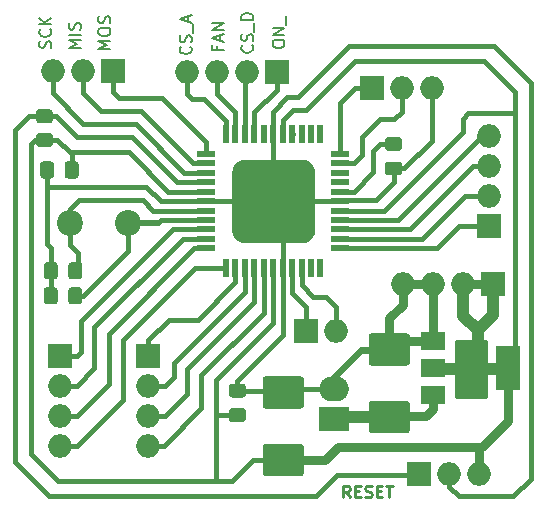
<source format=gbr>
%TF.GenerationSoftware,KiCad,Pcbnew,5.1.8+dfsg1-1~bpo10+1*%
%TF.CreationDate,2020-12-01T12:27:45+03:00*%
%TF.ProjectId,Controller,436f6e74-726f-46c6-9c65-722e6b696361,rev?*%
%TF.SameCoordinates,Original*%
%TF.FileFunction,Copper,L1,Top*%
%TF.FilePolarity,Positive*%
%FSLAX46Y46*%
G04 Gerber Fmt 4.6, Leading zero omitted, Abs format (unit mm)*
G04 Created by KiCad (PCBNEW 5.1.8+dfsg1-1~bpo10+1) date 2020-12-01 12:27:45*
%MOMM*%
%LPD*%
G01*
G04 APERTURE LIST*
%TA.AperFunction,NonConductor*%
%ADD10C,0.250000*%
%TD*%
%TA.AperFunction,NonConductor*%
%ADD11C,0.150000*%
%TD*%
%TA.AperFunction,ComponentPad*%
%ADD12R,2.000000X2.000000*%
%TD*%
%TA.AperFunction,ComponentPad*%
%ADD13O,2.000000X2.000000*%
%TD*%
%TA.AperFunction,SMDPad,CuDef*%
%ADD14R,1.500000X0.550000*%
%TD*%
%TA.AperFunction,SMDPad,CuDef*%
%ADD15R,0.550000X1.500000*%
%TD*%
%TA.AperFunction,SMDPad,CuDef*%
%ADD16R,2.000000X3.800000*%
%TD*%
%TA.AperFunction,SMDPad,CuDef*%
%ADD17R,2.000000X1.500000*%
%TD*%
%TA.AperFunction,ComponentPad*%
%ADD18O,2.500000X2.100000*%
%TD*%
%TA.AperFunction,ComponentPad*%
%ADD19R,2.500000X2.100000*%
%TD*%
%TA.AperFunction,ComponentPad*%
%ADD20C,2.200000*%
%TD*%
%TA.AperFunction,Conductor*%
%ADD21C,0.400000*%
%TD*%
%TA.AperFunction,Conductor*%
%ADD22C,0.500000*%
%TD*%
%TA.AperFunction,Conductor*%
%ADD23C,0.800000*%
%TD*%
%TA.AperFunction,Conductor*%
%ADD24C,0.600000*%
%TD*%
%TA.AperFunction,Conductor*%
%ADD25C,1.000000*%
%TD*%
%TA.AperFunction,Conductor*%
%ADD26C,0.254000*%
%TD*%
%TA.AperFunction,Conductor*%
%ADD27C,0.100000*%
%TD*%
G04 APERTURE END LIST*
D10*
X30691319Y1236719D02*
X30357985Y1712909D01*
X30119890Y1236719D02*
X30119890Y2236719D01*
X30500842Y2236719D01*
X30596080Y2189100D01*
X30643700Y2141480D01*
X30691319Y2046242D01*
X30691319Y1903385D01*
X30643700Y1808147D01*
X30596080Y1760528D01*
X30500842Y1712909D01*
X30119890Y1712909D01*
X31119890Y1760528D02*
X31453223Y1760528D01*
X31596080Y1236719D02*
X31119890Y1236719D01*
X31119890Y2236719D01*
X31596080Y2236719D01*
X31977033Y1284338D02*
X32119890Y1236719D01*
X32357985Y1236719D01*
X32453223Y1284338D01*
X32500842Y1331957D01*
X32548461Y1427195D01*
X32548461Y1522433D01*
X32500842Y1617671D01*
X32453223Y1665290D01*
X32357985Y1712909D01*
X32167509Y1760528D01*
X32072271Y1808147D01*
X32024652Y1855766D01*
X31977033Y1951004D01*
X31977033Y2046242D01*
X32024652Y2141480D01*
X32072271Y2189100D01*
X32167509Y2236719D01*
X32405604Y2236719D01*
X32548461Y2189100D01*
X32977033Y1760528D02*
X33310366Y1760528D01*
X33453223Y1236719D02*
X32977033Y1236719D01*
X32977033Y2236719D01*
X33453223Y2236719D01*
X33738938Y2236719D02*
X34310366Y2236719D01*
X34024652Y1236719D02*
X34024652Y2236719D01*
D11*
X24153880Y39558600D02*
X24153880Y39749076D01*
X24201500Y39844314D01*
X24296738Y39939552D01*
X24487214Y39987171D01*
X24820547Y39987171D01*
X25011023Y39939552D01*
X25106261Y39844314D01*
X25153880Y39749076D01*
X25153880Y39558600D01*
X25106261Y39463361D01*
X25011023Y39368123D01*
X24820547Y39320504D01*
X24487214Y39320504D01*
X24296738Y39368123D01*
X24201500Y39463361D01*
X24153880Y39558600D01*
X25153880Y40415742D02*
X24153880Y40415742D01*
X25153880Y40987171D01*
X24153880Y40987171D01*
X25249119Y41225266D02*
X25249119Y41987171D01*
X22404342Y39510980D02*
X22451961Y39463361D01*
X22499580Y39320504D01*
X22499580Y39225266D01*
X22451961Y39082409D01*
X22356723Y38987171D01*
X22261485Y38939552D01*
X22071009Y38891933D01*
X21928152Y38891933D01*
X21737676Y38939552D01*
X21642438Y38987171D01*
X21547200Y39082409D01*
X21499580Y39225266D01*
X21499580Y39320504D01*
X21547200Y39463361D01*
X21594819Y39510980D01*
X22451961Y39891933D02*
X22499580Y40034790D01*
X22499580Y40272885D01*
X22451961Y40368123D01*
X22404342Y40415742D01*
X22309104Y40463361D01*
X22213866Y40463361D01*
X22118628Y40415742D01*
X22071009Y40368123D01*
X22023390Y40272885D01*
X21975771Y40082409D01*
X21928152Y39987171D01*
X21880533Y39939552D01*
X21785295Y39891933D01*
X21690057Y39891933D01*
X21594819Y39939552D01*
X21547200Y39987171D01*
X21499580Y40082409D01*
X21499580Y40320504D01*
X21547200Y40463361D01*
X22594819Y40653838D02*
X22594819Y41415742D01*
X22499580Y41653838D02*
X21499580Y41653838D01*
X21499580Y41891933D01*
X21547200Y42034790D01*
X21642438Y42130028D01*
X21737676Y42177647D01*
X21928152Y42225266D01*
X22071009Y42225266D01*
X22261485Y42177647D01*
X22356723Y42130028D01*
X22451961Y42034790D01*
X22499580Y41891933D01*
X22499580Y41653838D01*
X17197342Y39391909D02*
X17244961Y39344290D01*
X17292580Y39201433D01*
X17292580Y39106195D01*
X17244961Y38963338D01*
X17149723Y38868100D01*
X17054485Y38820480D01*
X16864009Y38772861D01*
X16721152Y38772861D01*
X16530676Y38820480D01*
X16435438Y38868100D01*
X16340200Y38963338D01*
X16292580Y39106195D01*
X16292580Y39201433D01*
X16340200Y39344290D01*
X16387819Y39391909D01*
X17244961Y39772861D02*
X17292580Y39915719D01*
X17292580Y40153814D01*
X17244961Y40249052D01*
X17197342Y40296671D01*
X17102104Y40344290D01*
X17006866Y40344290D01*
X16911628Y40296671D01*
X16864009Y40249052D01*
X16816390Y40153814D01*
X16768771Y39963338D01*
X16721152Y39868100D01*
X16673533Y39820480D01*
X16578295Y39772861D01*
X16483057Y39772861D01*
X16387819Y39820480D01*
X16340200Y39868100D01*
X16292580Y39963338D01*
X16292580Y40201433D01*
X16340200Y40344290D01*
X17387819Y40534766D02*
X17387819Y41296671D01*
X17006866Y41487147D02*
X17006866Y41963338D01*
X17292580Y41391909D02*
X16292580Y41725242D01*
X17292580Y42058576D01*
X19486571Y39418876D02*
X19486571Y39085542D01*
X20010380Y39085542D02*
X19010380Y39085542D01*
X19010380Y39561733D01*
X19724666Y39895066D02*
X19724666Y40371257D01*
X20010380Y39799828D02*
X19010380Y40133161D01*
X20010380Y40466495D01*
X20010380Y40799828D02*
X19010380Y40799828D01*
X20010380Y41371257D01*
X19010380Y41371257D01*
X10404180Y39238866D02*
X9404180Y39238866D01*
X10118466Y39572200D01*
X9404180Y39905533D01*
X10404180Y39905533D01*
X9404180Y40572200D02*
X9404180Y40762676D01*
X9451800Y40857914D01*
X9547038Y40953152D01*
X9737514Y41000771D01*
X10070847Y41000771D01*
X10261323Y40953152D01*
X10356561Y40857914D01*
X10404180Y40762676D01*
X10404180Y40572200D01*
X10356561Y40476961D01*
X10261323Y40381723D01*
X10070847Y40334104D01*
X9737514Y40334104D01*
X9547038Y40381723D01*
X9451800Y40476961D01*
X9404180Y40572200D01*
X10356561Y41381723D02*
X10404180Y41524580D01*
X10404180Y41762676D01*
X10356561Y41857914D01*
X10308942Y41905533D01*
X10213704Y41953152D01*
X10118466Y41953152D01*
X10023228Y41905533D01*
X9975609Y41857914D01*
X9927990Y41762676D01*
X9880371Y41572200D01*
X9832752Y41476961D01*
X9785133Y41429342D01*
X9689895Y41381723D01*
X9594657Y41381723D01*
X9499419Y41429342D01*
X9451800Y41476961D01*
X9404180Y41572200D01*
X9404180Y41810295D01*
X9451800Y41953152D01*
X7904180Y39274580D02*
X6904180Y39274580D01*
X7618466Y39607914D01*
X6904180Y39941247D01*
X7904180Y39941247D01*
X7904180Y40417438D02*
X6904180Y40417438D01*
X7856561Y40846009D02*
X7904180Y40988866D01*
X7904180Y41226961D01*
X7856561Y41322200D01*
X7808942Y41369819D01*
X7713704Y41417438D01*
X7618466Y41417438D01*
X7523228Y41369819D01*
X7475609Y41322200D01*
X7427990Y41226961D01*
X7380371Y41036485D01*
X7332752Y40941247D01*
X7285133Y40893628D01*
X7189895Y40846009D01*
X7094657Y40846009D01*
X6999419Y40893628D01*
X6951800Y40941247D01*
X6904180Y41036485D01*
X6904180Y41274580D01*
X6951800Y41417438D01*
X5356561Y39286485D02*
X5404180Y39429342D01*
X5404180Y39667438D01*
X5356561Y39762676D01*
X5308942Y39810295D01*
X5213704Y39857914D01*
X5118466Y39857914D01*
X5023228Y39810295D01*
X4975609Y39762676D01*
X4927990Y39667438D01*
X4880371Y39476961D01*
X4832752Y39381723D01*
X4785133Y39334104D01*
X4689895Y39286485D01*
X4594657Y39286485D01*
X4499419Y39334104D01*
X4451800Y39381723D01*
X4404180Y39476961D01*
X4404180Y39715057D01*
X4451800Y39857914D01*
X5308942Y40857914D02*
X5356561Y40810295D01*
X5404180Y40667438D01*
X5404180Y40572200D01*
X5356561Y40429342D01*
X5261323Y40334104D01*
X5166085Y40286485D01*
X4975609Y40238866D01*
X4832752Y40238866D01*
X4642276Y40286485D01*
X4547038Y40334104D01*
X4451800Y40429342D01*
X4404180Y40572200D01*
X4404180Y40667438D01*
X4451800Y40810295D01*
X4499419Y40857914D01*
X5404180Y41286485D02*
X4404180Y41286485D01*
X5404180Y41857914D02*
X4832752Y41429342D01*
X4404180Y41857914D02*
X4975609Y41286485D01*
%TO.P,C7,2*%
%TO.N,GND*%
%TA.AperFunction,SMDPad,CuDef*%
G36*
G01*
X5646000Y29431000D02*
X5646000Y28481000D01*
G75*
G02*
X5396000Y28231000I-250000J0D01*
G01*
X4721000Y28231000D01*
G75*
G02*
X4471000Y28481000I0J250000D01*
G01*
X4471000Y29431000D01*
G75*
G02*
X4721000Y29681000I250000J0D01*
G01*
X5396000Y29681000D01*
G75*
G02*
X5646000Y29431000I0J-250000D01*
G01*
G37*
%TD.AperFunction*%
%TO.P,C7,1*%
%TO.N,+5V*%
%TA.AperFunction,SMDPad,CuDef*%
G36*
G01*
X7721000Y29431000D02*
X7721000Y28481000D01*
G75*
G02*
X7471000Y28231000I-250000J0D01*
G01*
X6796000Y28231000D01*
G75*
G02*
X6546000Y28481000I0J250000D01*
G01*
X6546000Y29431000D01*
G75*
G02*
X6796000Y29681000I250000J0D01*
G01*
X7471000Y29681000D01*
G75*
G02*
X7721000Y29431000I0J-250000D01*
G01*
G37*
%TD.AperFunction*%
%TD*%
D12*
%TO.P,J2,1*%
%TO.N,Net-(J2-Pad1)*%
X32537400Y35864800D03*
D13*
%TO.P,J2,2*%
%TO.N,Net-(J2-Pad2)*%
X35077400Y35864800D03*
%TO.P,J2,3*%
%TO.N,GND*%
X37617400Y35864800D03*
%TD*%
D12*
%TO.P,J6,1*%
%TO.N,Net-(J6-Pad1)*%
X27012900Y15316200D03*
D13*
%TO.P,J6,2*%
%TO.N,Net-(J6-Pad2)*%
X29552900Y15316200D03*
%TD*%
D14*
%TO.P,U1,1*%
%TO.N,Net-(J5-Pad1)*%
X18501800Y30322200D03*
%TO.P,U1,2*%
%TO.N,Net-(J5-Pad2)*%
X18501800Y29522200D03*
%TO.P,U1,3*%
%TO.N,Net-(J5-Pad3)*%
X18501800Y28722200D03*
%TO.P,U1,4*%
%TO.N,RESET*%
X18501800Y27922200D03*
%TO.P,U1,5*%
%TO.N,+5V*%
X18501800Y27122200D03*
%TO.P,U1,6*%
%TO.N,GND*%
X18501800Y26322200D03*
%TO.P,U1,7*%
%TO.N,Net-(C2-Pad1)*%
X18501800Y25522200D03*
%TO.P,U1,8*%
%TO.N,Net-(C1-Pad1)*%
X18501800Y24722200D03*
%TO.P,U1,9*%
%TO.N,Net-(J8-Pad1)*%
X18501800Y23922200D03*
%TO.P,U1,10*%
%TO.N,Net-(J8-Pad2)*%
X18501800Y23122200D03*
%TO.P,U1,11*%
%TO.N,Net-(J8-Pad3)*%
X18501800Y22322200D03*
D15*
%TO.P,U1,12*%
%TO.N,Net-(J8-Pad4)*%
X20201800Y20622200D03*
%TO.P,U1,13*%
%TO.N,Net-(J9-Pad1)*%
X21001800Y20622200D03*
%TO.P,U1,14*%
%TO.N,Net-(J9-Pad2)*%
X21801800Y20622200D03*
%TO.P,U1,15*%
%TO.N,Net-(J9-Pad3)*%
X22601800Y20622200D03*
%TO.P,U1,16*%
%TO.N,Net-(J9-Pad4)*%
X23401800Y20622200D03*
%TO.P,U1,17*%
%TO.N,+5V*%
X24201800Y20622200D03*
%TO.P,U1,18*%
%TO.N,GND*%
X25001800Y20622200D03*
%TO.P,U1,19*%
%TO.N,Net-(J6-Pad1)*%
X25801800Y20622200D03*
%TO.P,U1,20*%
%TO.N,Net-(J6-Pad2)*%
X26601800Y20622200D03*
%TO.P,U1,21*%
%TO.N,Net-(U1-Pad21)*%
X27401800Y20622200D03*
%TO.P,U1,22*%
%TO.N,Net-(U1-Pad22)*%
X28201800Y20622200D03*
D14*
%TO.P,U1,23*%
%TO.N,Net-(J7-Pad1)*%
X29901800Y22322200D03*
%TO.P,U1,24*%
%TO.N,Net-(J7-Pad2)*%
X29901800Y23122200D03*
%TO.P,U1,25*%
%TO.N,Net-(J7-Pad3)*%
X29901800Y23922200D03*
%TO.P,U1,26*%
%TO.N,Net-(J7-Pad4)*%
X29901800Y24722200D03*
%TO.P,U1,27*%
%TO.N,+5V*%
X29901800Y25522200D03*
%TO.P,U1,28*%
%TO.N,GND*%
X29901800Y26322200D03*
%TO.P,U1,29*%
%TO.N,Net-(C4-Pad1)*%
X29901800Y27122200D03*
%TO.P,U1,30*%
%TO.N,Net-(U1-Pad30)*%
X29901800Y27922200D03*
%TO.P,U1,31*%
%TO.N,Net-(U1-Pad31)*%
X29901800Y28722200D03*
%TO.P,U1,32*%
%TO.N,Net-(J2-Pad2)*%
X29901800Y29522200D03*
%TO.P,U1,33*%
%TO.N,Net-(J2-Pad1)*%
X29901800Y30322200D03*
D15*
%TO.P,U1,34*%
%TO.N,Net-(U1-Pad34)*%
X28201800Y32022200D03*
%TO.P,U1,35*%
%TO.N,Net-(U1-Pad35)*%
X27401800Y32022200D03*
%TO.P,U1,36*%
%TO.N,Net-(U1-Pad36)*%
X26601800Y32022200D03*
%TO.P,U1,37*%
%TO.N,Net-(U1-Pad37)*%
X25801800Y32022200D03*
%TO.P,U1,38*%
%TO.N,+5V*%
X25001800Y32022200D03*
%TO.P,U1,39*%
%TO.N,GND*%
X24201800Y32022200D03*
%TO.P,U1,40*%
%TO.N,Net-(U1-Pad40)*%
X23401800Y32022200D03*
%TO.P,U1,41*%
%TO.N,Net-(J4-Pad1)*%
X22601800Y32022200D03*
%TO.P,U1,42*%
%TO.N,Net-(J4-Pad2)*%
X21801800Y32022200D03*
%TO.P,U1,43*%
%TO.N,Net-(J4-Pad3)*%
X21001800Y32022200D03*
%TO.P,U1,44*%
%TO.N,Net-(J4-Pad4)*%
X20201800Y32022200D03*
%TD*%
D16*
%TO.P,U2,2*%
%TO.N,+5V*%
X44069400Y12204700D03*
D17*
X37769400Y12204700D03*
%TO.P,U2,3*%
%TO.N,+12V*%
X37769400Y9904700D03*
%TO.P,U2,1*%
%TO.N,GND*%
X37769400Y14504700D03*
%TD*%
%TO.P,C1,1*%
%TO.N,Net-(C1-Pad1)*%
%TA.AperFunction,SMDPad,CuDef*%
G36*
G01*
X8025800Y18775700D02*
X8025800Y17825700D01*
G75*
G02*
X7775800Y17575700I-250000J0D01*
G01*
X7100800Y17575700D01*
G75*
G02*
X6850800Y17825700I0J250000D01*
G01*
X6850800Y18775700D01*
G75*
G02*
X7100800Y19025700I250000J0D01*
G01*
X7775800Y19025700D01*
G75*
G02*
X8025800Y18775700I0J-250000D01*
G01*
G37*
%TD.AperFunction*%
%TO.P,C1,2*%
%TO.N,GND*%
%TA.AperFunction,SMDPad,CuDef*%
G36*
G01*
X5950800Y18775700D02*
X5950800Y17825700D01*
G75*
G02*
X5700800Y17575700I-250000J0D01*
G01*
X5025800Y17575700D01*
G75*
G02*
X4775800Y17825700I0J250000D01*
G01*
X4775800Y18775700D01*
G75*
G02*
X5025800Y19025700I250000J0D01*
G01*
X5700800Y19025700D01*
G75*
G02*
X5950800Y18775700I0J-250000D01*
G01*
G37*
%TD.AperFunction*%
%TD*%
%TO.P,C2,1*%
%TO.N,Net-(C2-Pad1)*%
%TA.AperFunction,SMDPad,CuDef*%
G36*
G01*
X8038500Y20896600D02*
X8038500Y19946600D01*
G75*
G02*
X7788500Y19696600I-250000J0D01*
G01*
X7113500Y19696600D01*
G75*
G02*
X6863500Y19946600I0J250000D01*
G01*
X6863500Y20896600D01*
G75*
G02*
X7113500Y21146600I250000J0D01*
G01*
X7788500Y21146600D01*
G75*
G02*
X8038500Y20896600I0J-250000D01*
G01*
G37*
%TD.AperFunction*%
%TO.P,C2,2*%
%TO.N,GND*%
%TA.AperFunction,SMDPad,CuDef*%
G36*
G01*
X5963500Y20896600D02*
X5963500Y19946600D01*
G75*
G02*
X5713500Y19696600I-250000J0D01*
G01*
X5038500Y19696600D01*
G75*
G02*
X4788500Y19946600I0J250000D01*
G01*
X4788500Y20896600D01*
G75*
G02*
X5038500Y21146600I250000J0D01*
G01*
X5713500Y21146600D01*
G75*
G02*
X5963500Y20896600I0J-250000D01*
G01*
G37*
%TD.AperFunction*%
%TD*%
%TO.P,C3,1*%
%TO.N,+5V*%
%TA.AperFunction,SMDPad,CuDef*%
G36*
G01*
X21645900Y7607900D02*
X20695900Y7607900D01*
G75*
G02*
X20445900Y7857900I0J250000D01*
G01*
X20445900Y8532900D01*
G75*
G02*
X20695900Y8782900I250000J0D01*
G01*
X21645900Y8782900D01*
G75*
G02*
X21895900Y8532900I0J-250000D01*
G01*
X21895900Y7857900D01*
G75*
G02*
X21645900Y7607900I-250000J0D01*
G01*
G37*
%TD.AperFunction*%
%TO.P,C3,2*%
%TO.N,GND*%
%TA.AperFunction,SMDPad,CuDef*%
G36*
G01*
X21645900Y9682900D02*
X20695900Y9682900D01*
G75*
G02*
X20445900Y9932900I0J250000D01*
G01*
X20445900Y10607900D01*
G75*
G02*
X20695900Y10857900I250000J0D01*
G01*
X21645900Y10857900D01*
G75*
G02*
X21895900Y10607900I0J-250000D01*
G01*
X21895900Y9932900D01*
G75*
G02*
X21645900Y9682900I-250000J0D01*
G01*
G37*
%TD.AperFunction*%
%TD*%
%TO.P,C4,2*%
%TO.N,GND*%
%TA.AperFunction,SMDPad,CuDef*%
G36*
G01*
X33916600Y29670500D02*
X34866600Y29670500D01*
G75*
G02*
X35116600Y29420500I0J-250000D01*
G01*
X35116600Y28745500D01*
G75*
G02*
X34866600Y28495500I-250000J0D01*
G01*
X33916600Y28495500D01*
G75*
G02*
X33666600Y28745500I0J250000D01*
G01*
X33666600Y29420500D01*
G75*
G02*
X33916600Y29670500I250000J0D01*
G01*
G37*
%TD.AperFunction*%
%TO.P,C4,1*%
%TO.N,Net-(C4-Pad1)*%
%TA.AperFunction,SMDPad,CuDef*%
G36*
G01*
X33916600Y31745500D02*
X34866600Y31745500D01*
G75*
G02*
X35116600Y31495500I0J-250000D01*
G01*
X35116600Y30820500D01*
G75*
G02*
X34866600Y30570500I-250000J0D01*
G01*
X33916600Y30570500D01*
G75*
G02*
X33666600Y30820500I0J250000D01*
G01*
X33666600Y31495500D01*
G75*
G02*
X33916600Y31745500I250000J0D01*
G01*
G37*
%TD.AperFunction*%
%TD*%
%TO.P,C5,1*%
%TO.N,+12V*%
%TA.AperFunction,SMDPad,CuDef*%
G36*
G01*
X35536001Y6671600D02*
X32535999Y6671600D01*
G75*
G02*
X32286000Y6921599I0J249999D01*
G01*
X32286000Y9146601D01*
G75*
G02*
X32535999Y9396600I249999J0D01*
G01*
X35536001Y9396600D01*
G75*
G02*
X35786000Y9146601I0J-249999D01*
G01*
X35786000Y6921599D01*
G75*
G02*
X35536001Y6671600I-249999J0D01*
G01*
G37*
%TD.AperFunction*%
%TO.P,C5,2*%
%TO.N,GND*%
%TA.AperFunction,SMDPad,CuDef*%
G36*
G01*
X35536001Y12396600D02*
X32535999Y12396600D01*
G75*
G02*
X32286000Y12646599I0J249999D01*
G01*
X32286000Y14871601D01*
G75*
G02*
X32535999Y15121600I249999J0D01*
G01*
X35536001Y15121600D01*
G75*
G02*
X35786000Y14871601I0J-249999D01*
G01*
X35786000Y12646599D01*
G75*
G02*
X35536001Y12396600I-249999J0D01*
G01*
G37*
%TD.AperFunction*%
%TD*%
%TO.P,C6,2*%
%TO.N,GND*%
%TA.AperFunction,SMDPad,CuDef*%
G36*
G01*
X26557101Y8756700D02*
X23557099Y8756700D01*
G75*
G02*
X23307100Y9006699I0J249999D01*
G01*
X23307100Y11231701D01*
G75*
G02*
X23557099Y11481700I249999J0D01*
G01*
X26557101Y11481700D01*
G75*
G02*
X26807100Y11231701I0J-249999D01*
G01*
X26807100Y9006699D01*
G75*
G02*
X26557101Y8756700I-249999J0D01*
G01*
G37*
%TD.AperFunction*%
%TO.P,C6,1*%
%TO.N,+5V*%
%TA.AperFunction,SMDPad,CuDef*%
G36*
G01*
X26557101Y3031700D02*
X23557099Y3031700D01*
G75*
G02*
X23307100Y3281699I0J249999D01*
G01*
X23307100Y5506701D01*
G75*
G02*
X23557099Y5756700I249999J0D01*
G01*
X26557101Y5756700D01*
G75*
G02*
X26807100Y5506701I0J-249999D01*
G01*
X26807100Y3281699D01*
G75*
G02*
X26557101Y3031700I-249999J0D01*
G01*
G37*
%TD.AperFunction*%
%TD*%
D18*
%TO.P,J3,2*%
%TO.N,GND*%
X29324300Y10414000D03*
D19*
%TO.P,J3,1*%
%TO.N,+12V*%
X29324300Y7874000D03*
%TD*%
%TO.P,R1,1*%
%TO.N,+5V*%
%TA.AperFunction,SMDPad,CuDef*%
G36*
G01*
X5288701Y30899300D02*
X4388699Y30899300D01*
G75*
G02*
X4138700Y31149299I0J249999D01*
G01*
X4138700Y31849301D01*
G75*
G02*
X4388699Y32099300I249999J0D01*
G01*
X5288701Y32099300D01*
G75*
G02*
X5538700Y31849301I0J-249999D01*
G01*
X5538700Y31149299D01*
G75*
G02*
X5288701Y30899300I-249999J0D01*
G01*
G37*
%TD.AperFunction*%
%TO.P,R1,2*%
%TO.N,RESET*%
%TA.AperFunction,SMDPad,CuDef*%
G36*
G01*
X5288701Y32899300D02*
X4388699Y32899300D01*
G75*
G02*
X4138700Y33149299I0J249999D01*
G01*
X4138700Y33849301D01*
G75*
G02*
X4388699Y34099300I249999J0D01*
G01*
X5288701Y34099300D01*
G75*
G02*
X5538700Y33849301I0J-249999D01*
G01*
X5538700Y33149299D01*
G75*
G02*
X5288701Y32899300I-249999J0D01*
G01*
G37*
%TD.AperFunction*%
%TD*%
D20*
%TO.P,Y1,1*%
%TO.N,Net-(C2-Pad1)*%
X7023100Y24460200D03*
%TO.P,Y1,2*%
%TO.N,Net-(C1-Pad1)*%
X11923100Y24460200D03*
%TD*%
D13*
%TO.P,J4,4*%
%TO.N,Net-(J4-Pad4)*%
X16878300Y37269300D03*
%TO.P,J4,3*%
%TO.N,Net-(J4-Pad3)*%
X19418300Y37269300D03*
%TO.P,J4,2*%
%TO.N,Net-(J4-Pad2)*%
X21958300Y37269300D03*
D12*
%TO.P,J4,1*%
%TO.N,Net-(J4-Pad1)*%
X24498300Y37269300D03*
%TD*%
%TO.P,J5,1*%
%TO.N,Net-(J5-Pad1)*%
X10617200Y37299900D03*
D13*
%TO.P,J5,2*%
%TO.N,Net-(J5-Pad2)*%
X8077200Y37299900D03*
%TO.P,J5,3*%
%TO.N,Net-(J5-Pad3)*%
X5537200Y37299900D03*
%TD*%
D12*
%TO.P,J7,1*%
%TO.N,Net-(J7-Pad1)*%
X42494200Y24213700D03*
D13*
%TO.P,J7,2*%
%TO.N,Net-(J7-Pad2)*%
X42494200Y26753700D03*
%TO.P,J7,3*%
%TO.N,Net-(J7-Pad3)*%
X42494200Y29293700D03*
%TO.P,J7,4*%
%TO.N,Net-(J7-Pad4)*%
X42494200Y31833700D03*
%TD*%
%TO.P,J8,4*%
%TO.N,Net-(J8-Pad4)*%
X6159500Y5588000D03*
%TO.P,J8,3*%
%TO.N,Net-(J8-Pad3)*%
X6159500Y8128000D03*
%TO.P,J8,2*%
%TO.N,Net-(J8-Pad2)*%
X6159500Y10668000D03*
D12*
%TO.P,J8,1*%
%TO.N,Net-(J8-Pad1)*%
X6159500Y13208000D03*
%TD*%
%TO.P,J9,1*%
%TO.N,Net-(J9-Pad1)*%
X13639800Y13202800D03*
D13*
%TO.P,J9,2*%
%TO.N,Net-(J9-Pad2)*%
X13639800Y10662800D03*
%TO.P,J9,3*%
%TO.N,Net-(J9-Pad3)*%
X13639800Y8122800D03*
%TO.P,J9,4*%
%TO.N,Net-(J9-Pad4)*%
X13639800Y5582800D03*
%TD*%
D12*
%TO.P,J10,1*%
%TO.N,+5V*%
X42811700Y19316700D03*
D13*
%TO.P,J10,2*%
X40271700Y19316700D03*
%TO.P,J10,3*%
%TO.N,GND*%
X37731700Y19316700D03*
%TO.P,J10,4*%
X35191700Y19316700D03*
%TD*%
D12*
%TO.P,J1,1*%
%TO.N,RESET*%
X36537900Y3213100D03*
D13*
%TO.P,J1,2*%
%TO.N,GND*%
X39077900Y3213100D03*
%TO.P,J1,3*%
%TO.N,+5V*%
X41617900Y3213100D03*
%TD*%
D21*
%TO.N,Net-(C1-Pad1)*%
X12185100Y24722200D02*
X11923100Y24460200D01*
X18501800Y24722200D02*
X14676500Y24722200D01*
D22*
X14414500Y24460200D02*
X11923100Y24460200D01*
D21*
X14676500Y24722200D02*
X14414500Y24460200D01*
X11923100Y22083100D02*
X11923100Y24460200D01*
X7438300Y18300700D02*
X8140700Y18300700D01*
X8140700Y18300700D02*
X11923100Y22083100D01*
%TO.N,GND*%
X25001800Y26234000D02*
X25090000Y26322200D01*
X25001800Y20622200D02*
X25001800Y26234000D01*
X25090000Y26322200D02*
X29901800Y26322200D01*
X24201800Y30872200D02*
X24199200Y30869600D01*
X24201800Y32022200D02*
X24201800Y30872200D01*
X18501800Y26322200D02*
X24199200Y26322200D01*
X24199200Y30869600D02*
X24199200Y26322200D01*
X24199200Y26322200D02*
X25090000Y26322200D01*
X35701700Y14510200D02*
X35013900Y13822400D01*
D23*
X37731700Y19316700D02*
X35191700Y19316700D01*
D21*
X29901800Y26322200D02*
X29901800Y26333100D01*
X29901800Y26333100D02*
X29965899Y26397199D01*
X37617400Y31381700D02*
X37617400Y35864800D01*
X34391600Y29083000D02*
X35318700Y29083000D01*
X35318700Y29083000D02*
X37617400Y31381700D01*
X21170900Y11125200D02*
X21170900Y10270400D01*
X25001800Y20622200D02*
X25001800Y14956100D01*
X25001800Y14956100D02*
X21170900Y11125200D01*
X24905900Y10270400D02*
X25057100Y10119200D01*
X21170900Y10270400D02*
X24905900Y10270400D01*
X25351900Y10414000D02*
X25057100Y10119200D01*
X29324300Y10414000D02*
X25351900Y10414000D01*
D23*
X35701700Y14510200D02*
X37763900Y14510200D01*
X37763900Y14510200D02*
X37769400Y14504700D01*
D21*
X39895900Y1328300D02*
X39077900Y2146300D01*
X44533700Y1328300D02*
X39895900Y1328300D01*
X46024800Y2819400D02*
X44533700Y1328300D01*
X39077900Y2146300D02*
X39077900Y3213100D01*
X46024800Y36283900D02*
X46024800Y2819400D01*
X24201800Y32022200D02*
X24201800Y33904600D01*
X24201800Y33904600D02*
X25400000Y35102800D01*
X25400000Y35102800D02*
X26314400Y35102800D01*
X26314400Y35102800D02*
X30657800Y39446200D01*
X30657800Y39446200D02*
X42862500Y39446200D01*
X42862500Y39446200D02*
X46024800Y36283900D01*
X5363300Y18300700D02*
X5363300Y20408900D01*
X5376000Y20421600D02*
X5448300Y20493900D01*
X5376000Y22386200D02*
X5376000Y20421600D01*
X5041900Y27051000D02*
X5041900Y22720300D01*
X5041900Y22720300D02*
X5376000Y22386200D01*
D24*
X31623000Y13716000D02*
X34907500Y13716000D01*
X34907500Y13716000D02*
X35013900Y13822400D01*
X29324300Y10414000D02*
X29324300Y11417300D01*
X29324300Y11417300D02*
X31623000Y13716000D01*
D23*
X35191700Y17538700D02*
X35191700Y19316700D01*
X34036000Y13759100D02*
X34036000Y16383000D01*
X34036000Y16383000D02*
X35191700Y17538700D01*
X37769400Y19279000D02*
X37731700Y19316700D01*
X37769400Y14504700D02*
X37769400Y19279000D01*
D21*
X5041900Y28939400D02*
X5058500Y28956000D01*
X5041900Y27051000D02*
X5041900Y28939400D01*
X5054600Y27533600D02*
X5041900Y27520900D01*
X13462000Y27533600D02*
X5054600Y27533600D01*
X18501800Y26322200D02*
X14673400Y26322200D01*
X14673400Y26322200D02*
X13462000Y27533600D01*
X30461199Y26397199D02*
X32874199Y26397199D01*
X29901800Y26322200D02*
X30386200Y26322200D01*
X30386200Y26322200D02*
X30461199Y26397199D01*
X34391600Y27914600D02*
X34391600Y29083000D01*
X32874199Y26397199D02*
X34391600Y27914600D01*
%TO.N,Net-(C2-Pad1)*%
X7666900Y20535900D02*
X7666900Y21924100D01*
X7023100Y22567900D02*
X7023100Y24460200D01*
X7666900Y21924100D02*
X7023100Y22567900D01*
X7772400Y26390600D02*
X7023100Y25641300D01*
X7023100Y25641300D02*
X7023100Y24460200D01*
X13169900Y26390600D02*
X7772400Y26390600D01*
X18501800Y25522200D02*
X14038300Y25522200D01*
X14038300Y25522200D02*
X13169900Y26390600D01*
D23*
%TO.N,+5V*%
X40278600Y19323600D02*
X40271700Y19316700D01*
X42811700Y19316700D02*
X42804800Y19323600D01*
X42804800Y19323600D02*
X40278600Y19323600D01*
D21*
X24201800Y20622200D02*
X24201800Y15984900D01*
X24201800Y15984900D02*
X19375000Y11158100D01*
X19378600Y8195400D02*
X19375000Y8199000D01*
X21170900Y8195400D02*
X19378600Y8195400D01*
X19375000Y11158100D02*
X19375000Y8199000D01*
X19375000Y8199000D02*
X19375000Y2585600D01*
X44069400Y12204700D02*
X44691300Y12826600D01*
X44691300Y12826600D02*
X44691300Y33323500D01*
X44691300Y35534600D02*
X42049700Y38176200D01*
X42049700Y38176200D02*
X31153100Y38176200D01*
X25839300Y34030800D02*
X25001800Y33193300D01*
X44691300Y33323500D02*
X44691300Y35534600D01*
X31153100Y38176200D02*
X27007700Y34030800D01*
X25001800Y33193300D02*
X25001800Y32022200D01*
X27007700Y34030800D02*
X25839300Y34030800D01*
X40709200Y33749600D02*
X44660200Y33749600D01*
X29901800Y25522200D02*
X33612100Y25522200D01*
X40233600Y32156400D02*
X40233600Y33274000D01*
X38920300Y30830400D02*
X38920300Y30843100D01*
X44660200Y33749600D02*
X44691300Y33718500D01*
X40233600Y33274000D02*
X40709200Y33749600D01*
X33612100Y25522200D02*
X38920300Y30830400D01*
X38920300Y30843100D02*
X40233600Y32156400D01*
D23*
X41617900Y5360500D02*
X41617900Y3213100D01*
X41763400Y5506000D02*
X41617900Y5360500D01*
X44056300Y12191600D02*
X44069400Y12204700D01*
X41763400Y5506000D02*
X41845900Y5506000D01*
X44056300Y7716400D02*
X44056300Y12191600D01*
X41845900Y5506000D02*
X44056300Y7716400D01*
X25057100Y4394200D02*
X28575000Y4394200D01*
X29686800Y5506000D02*
X41845900Y5506000D01*
X28575000Y4394200D02*
X29686800Y5506000D01*
D21*
X15321200Y27122200D02*
X18501800Y27122200D01*
X12001500Y30441900D02*
X15321200Y27122200D01*
X6985000Y30441900D02*
X12001500Y30441900D01*
X4838700Y31499300D02*
X5927600Y31499300D01*
X5927600Y31499300D02*
X6985000Y30441900D01*
D25*
X42811700Y16649700D02*
X42811700Y19316700D01*
X41529000Y15367000D02*
X42811700Y16649700D01*
X40271700Y19316700D02*
X40271700Y16624300D01*
X40271700Y16624300D02*
X41529000Y15367000D01*
D21*
X41529000Y12711000D02*
X41500000Y12682000D01*
D25*
X41529000Y12192000D02*
X41471000Y12134000D01*
X41529000Y15367000D02*
X41529000Y12192000D01*
X43998700Y12134000D02*
X44069400Y12204700D01*
X37769400Y12204700D02*
X37840100Y12134000D01*
X37840100Y12134000D02*
X43998700Y12134000D01*
D21*
X4067300Y31499300D02*
X4838700Y31499300D01*
X22517100Y4394200D02*
X20708500Y2585600D01*
X20708500Y2585600D02*
X5999600Y2585600D01*
X3708400Y4876800D02*
X3708400Y31140400D01*
X5999600Y2585600D02*
X3708400Y4876800D01*
X25057100Y4394200D02*
X22517100Y4394200D01*
X3708400Y31140400D02*
X4067300Y31499300D01*
X7133500Y30293400D02*
X6985000Y30441900D01*
X7133500Y28956000D02*
X7133500Y30293400D01*
%TO.N,Net-(C4-Pad1)*%
X31051800Y27122200D02*
X32689800Y28760200D01*
X29901800Y27122200D02*
X31051800Y27122200D01*
X32689800Y28760200D02*
X32689800Y30594300D01*
X33253500Y31158000D02*
X34391600Y31158000D01*
X32689800Y30594300D02*
X33253500Y31158000D01*
%TO.N,+12V*%
X30708600Y8097400D02*
X30657800Y8046600D01*
X34963100Y8046600D02*
X35013900Y8097400D01*
D25*
X29496900Y8046600D02*
X34963100Y8046600D01*
X29324300Y7874000D02*
X29496900Y8046600D01*
D23*
X37769400Y8686400D02*
X37769400Y9904700D01*
X35013900Y8097400D02*
X37180400Y8097400D01*
X37180400Y8097400D02*
X37769400Y8686400D01*
D21*
%TO.N,Net-(J2-Pad1)*%
X31140400Y35864800D02*
X32537400Y35864800D01*
X29901800Y30322200D02*
X29901800Y34626200D01*
X29901800Y34626200D02*
X31140400Y35864800D01*
%TO.N,Net-(J4-Pad2)*%
X21801800Y37172200D02*
X21951800Y37322200D01*
X21801800Y32022200D02*
X21801800Y37172200D01*
%TO.N,Net-(J4-Pad3)*%
X19418300Y35407600D02*
X19418300Y37269300D01*
X21001800Y32022200D02*
X21001800Y33824100D01*
X21001800Y33824100D02*
X19418300Y35407600D01*
%TO.N,Net-(J4-Pad4)*%
X17307500Y34947800D02*
X16878300Y35377000D01*
X18348900Y34947800D02*
X17307500Y34947800D01*
X20201800Y32022200D02*
X20201800Y33094900D01*
X16878300Y35377000D02*
X16878300Y37269300D01*
X20201800Y33094900D02*
X18348900Y34947800D01*
%TO.N,Net-(J5-Pad3)*%
X5537200Y37299900D02*
X5514900Y37322200D01*
X8102600Y32867600D02*
X5537200Y35433000D01*
X12548400Y32867600D02*
X8102600Y32867600D01*
X5537200Y35433000D02*
X5537200Y37299900D01*
X18501800Y28722200D02*
X16693800Y28722200D01*
X16693800Y28722200D02*
X12548400Y32867600D01*
%TO.N,Net-(J5-Pad2)*%
X8077200Y35483800D02*
X8077200Y37299900D01*
X12992900Y33921700D02*
X9639300Y33921700D01*
X18501800Y29522200D02*
X17392400Y29522200D01*
X9639300Y33921700D02*
X8077200Y35483800D01*
X17392400Y29522200D02*
X12992900Y33921700D01*
%TO.N,Net-(J6-Pad1)*%
X27012900Y17322800D02*
X27012900Y15316200D01*
X25801800Y20622200D02*
X25801800Y18533900D01*
X25801800Y18533900D02*
X27012900Y17322800D01*
%TO.N,Net-(J6-Pad2)*%
X27609800Y18181200D02*
X26601800Y19189200D01*
X28694500Y18181200D02*
X27609800Y18181200D01*
X29552900Y15316200D02*
X29552900Y17322800D01*
X26601800Y19189200D02*
X26601800Y20622200D01*
X29552900Y17322800D02*
X28694500Y18181200D01*
%TO.N,Net-(J7-Pad1)*%
X39974400Y24213700D02*
X42494200Y24213700D01*
X29901800Y22322200D02*
X38082900Y22322200D01*
X38082900Y22322200D02*
X39974400Y24213700D01*
%TO.N,Net-(J7-Pad3)*%
X41130100Y29293700D02*
X42494200Y29293700D01*
X29901800Y23922200D02*
X35758600Y23922200D01*
X35758600Y23922200D02*
X41130100Y29293700D01*
%TO.N,Net-(J7-Pad4)*%
X41841300Y31833700D02*
X42494200Y31833700D01*
X29901800Y24722200D02*
X34729800Y24722200D01*
X34729800Y24722200D02*
X41841300Y31833700D01*
%TO.N,RESET*%
X7594600Y31724600D02*
X5819900Y33499300D01*
X12243600Y31724600D02*
X7594600Y31724600D01*
X5819900Y33499300D02*
X4838700Y33499300D01*
X18501800Y27922200D02*
X16046000Y27922200D01*
X16046000Y27922200D02*
X12243600Y31724600D01*
X29629100Y3124200D02*
X36449000Y3124200D01*
X3527300Y33499300D02*
X2374900Y32346900D01*
X4838700Y33499300D02*
X3527300Y33499300D01*
X2374900Y32346900D02*
X2374900Y4191000D01*
X2374900Y4191000D02*
X5250300Y1315600D01*
X5250300Y1315600D02*
X27820500Y1315600D01*
X27820500Y1315600D02*
X29629100Y3124200D01*
%TO.N,Net-(J2-Pad2)*%
X31058900Y29522200D02*
X31762700Y30226000D01*
X29901800Y29522200D02*
X31058900Y29522200D01*
X31762700Y30226000D02*
X31762700Y31788100D01*
X31762700Y31788100D02*
X33223200Y33248600D01*
X35077400Y33896300D02*
X35077400Y35864800D01*
X33223200Y33248600D02*
X34429700Y33248600D01*
X34429700Y33248600D02*
X35077400Y33896300D01*
%TO.N,Net-(J4-Pad1)*%
X24491800Y35757000D02*
X24491800Y37322200D01*
X22601800Y32022200D02*
X22601800Y33867000D01*
X22601800Y33867000D02*
X24491800Y35757000D01*
%TO.N,Net-(J5-Pad1)*%
X10617200Y35572700D02*
X10617200Y37299900D01*
X14770900Y35013900D02*
X11176000Y35013900D01*
X11176000Y35013900D02*
X10617200Y35572700D01*
X18501800Y30322200D02*
X18501800Y31283000D01*
X18501800Y31283000D02*
X14770900Y35013900D01*
%TO.N,Net-(J7-Pad2)*%
X40444300Y26753700D02*
X42494200Y26753700D01*
X29901800Y23122200D02*
X36812800Y23122200D01*
X36812800Y23122200D02*
X40444300Y26753700D01*
%TO.N,Net-(J8-Pad4)*%
X7569200Y5588000D02*
X6159500Y5588000D01*
X11480800Y9499600D02*
X7569200Y5588000D01*
X20201800Y20622200D02*
X17548800Y20622200D01*
X11480800Y14554200D02*
X11480800Y9499600D01*
X17548800Y20622200D02*
X11480800Y14554200D01*
%TO.N,Net-(J8-Pad3)*%
X7569200Y8128000D02*
X6159500Y8128000D01*
X10261600Y10820400D02*
X7569200Y8128000D01*
X10261600Y15074900D02*
X10261600Y10820400D01*
X18501800Y22322200D02*
X17508900Y22322200D01*
X17508900Y22322200D02*
X10261600Y15074900D01*
%TO.N,Net-(J8-Pad2)*%
X9067800Y15646400D02*
X9067800Y12166600D01*
X7569200Y10668000D02*
X6159500Y10668000D01*
X9067800Y12166600D02*
X7569200Y10668000D01*
X18501800Y23122200D02*
X16543600Y23122200D01*
X16543600Y23122200D02*
X9067800Y15646400D01*
%TO.N,Net-(J8-Pad1)*%
X15692600Y23922200D02*
X18501800Y23922200D01*
X7924800Y16154400D02*
X15692600Y23922200D01*
X7924800Y13525500D02*
X7924800Y16154400D01*
X6159500Y13208000D02*
X7607300Y13208000D01*
X7607300Y13208000D02*
X7924800Y13525500D01*
%TO.N,Net-(J9-Pad1)*%
X15361800Y16288900D02*
X13639800Y14566900D01*
X17818500Y16288900D02*
X15361800Y16288900D01*
X13639800Y14566900D02*
X13639800Y13202800D01*
X21001800Y20622200D02*
X21001800Y19472200D01*
X21001800Y19472200D02*
X17818500Y16288900D01*
%TO.N,Net-(J9-Pad2)*%
X21801800Y20622200D02*
X21790600Y20622200D01*
X21790600Y20622200D02*
X21726801Y20558401D01*
X15798800Y11430000D02*
X15031600Y10662800D01*
X15031600Y10662800D02*
X13639800Y10662800D01*
X15798800Y12585700D02*
X15798800Y11430000D01*
X21801800Y20622200D02*
X21801800Y18588700D01*
X21801800Y18588700D02*
X15798800Y12585700D01*
%TO.N,Net-(J9-Pad3)*%
X15018900Y8122800D02*
X13639800Y8122800D01*
X16903700Y12115800D02*
X16903700Y10007600D01*
X22601800Y20622200D02*
X22601800Y17813900D01*
X16903700Y10007600D02*
X15018900Y8122800D01*
X22601800Y17813900D02*
X16903700Y12115800D01*
%TO.N,Net-(J9-Pad4)*%
X14930000Y5582800D02*
X13639800Y5582800D01*
X18110200Y8763000D02*
X14930000Y5582800D01*
X18110200Y11582400D02*
X18110200Y8763000D01*
X23401800Y20622200D02*
X23401800Y16874000D01*
X23401800Y16874000D02*
X18110200Y11582400D01*
%TO.N,Net-(U1-Pad37)*%
X25801800Y32022200D02*
X25862400Y32022200D01*
X25862400Y32022200D02*
X25801800Y32082800D01*
%TD*%
D26*
%TO.N,GND*%
X26871989Y29677824D02*
X27035650Y29628178D01*
X27186472Y29547562D01*
X27318670Y29439070D01*
X27427162Y29306872D01*
X27507778Y29156050D01*
X27557424Y28992389D01*
X27574800Y28815966D01*
X27574800Y23828434D01*
X27557424Y23652011D01*
X27507778Y23488350D01*
X27427162Y23337528D01*
X27318670Y23205330D01*
X27186472Y23096838D01*
X27035650Y23016222D01*
X26871989Y22966576D01*
X26695566Y22949200D01*
X21708034Y22949200D01*
X21531611Y22966576D01*
X21367950Y23016222D01*
X21217128Y23096838D01*
X21084930Y23205330D01*
X20976438Y23337528D01*
X20895822Y23488350D01*
X20846176Y23652011D01*
X20828800Y23828434D01*
X20828800Y28815966D01*
X20846176Y28992389D01*
X20895822Y29156050D01*
X20976438Y29306872D01*
X21084930Y29439070D01*
X21217128Y29547562D01*
X21367950Y29628178D01*
X21531611Y29677824D01*
X21708034Y29695200D01*
X26695566Y29695200D01*
X26871989Y29677824D01*
%TA.AperFunction,Conductor*%
D27*
G36*
X26871989Y29677824D02*
G01*
X27035650Y29628178D01*
X27186472Y29547562D01*
X27318670Y29439070D01*
X27427162Y29306872D01*
X27507778Y29156050D01*
X27557424Y28992389D01*
X27574800Y28815966D01*
X27574800Y23828434D01*
X27557424Y23652011D01*
X27507778Y23488350D01*
X27427162Y23337528D01*
X27318670Y23205330D01*
X27186472Y23096838D01*
X27035650Y23016222D01*
X26871989Y22966576D01*
X26695566Y22949200D01*
X21708034Y22949200D01*
X21531611Y22966576D01*
X21367950Y23016222D01*
X21217128Y23096838D01*
X21084930Y23205330D01*
X20976438Y23337528D01*
X20895822Y23488350D01*
X20846176Y23652011D01*
X20828800Y23828434D01*
X20828800Y28815966D01*
X20846176Y28992389D01*
X20895822Y29156050D01*
X20976438Y29306872D01*
X21084930Y29439070D01*
X21217128Y29547562D01*
X21367950Y29628178D01*
X21531611Y29677824D01*
X21708034Y29695200D01*
X26695566Y29695200D01*
X26871989Y29677824D01*
G37*
%TD.AperFunction*%
%TD*%
D26*
%TO.N,+5V*%
X42208900Y9735200D02*
X39712900Y9735200D01*
X39712900Y14481200D01*
X42208900Y14481200D01*
X42208900Y9735200D01*
%TA.AperFunction,Conductor*%
D27*
G36*
X42208900Y9735200D02*
G01*
X39712900Y9735200D01*
X39712900Y14481200D01*
X42208900Y14481200D01*
X42208900Y9735200D01*
G37*
%TD.AperFunction*%
%TD*%
M02*

</source>
